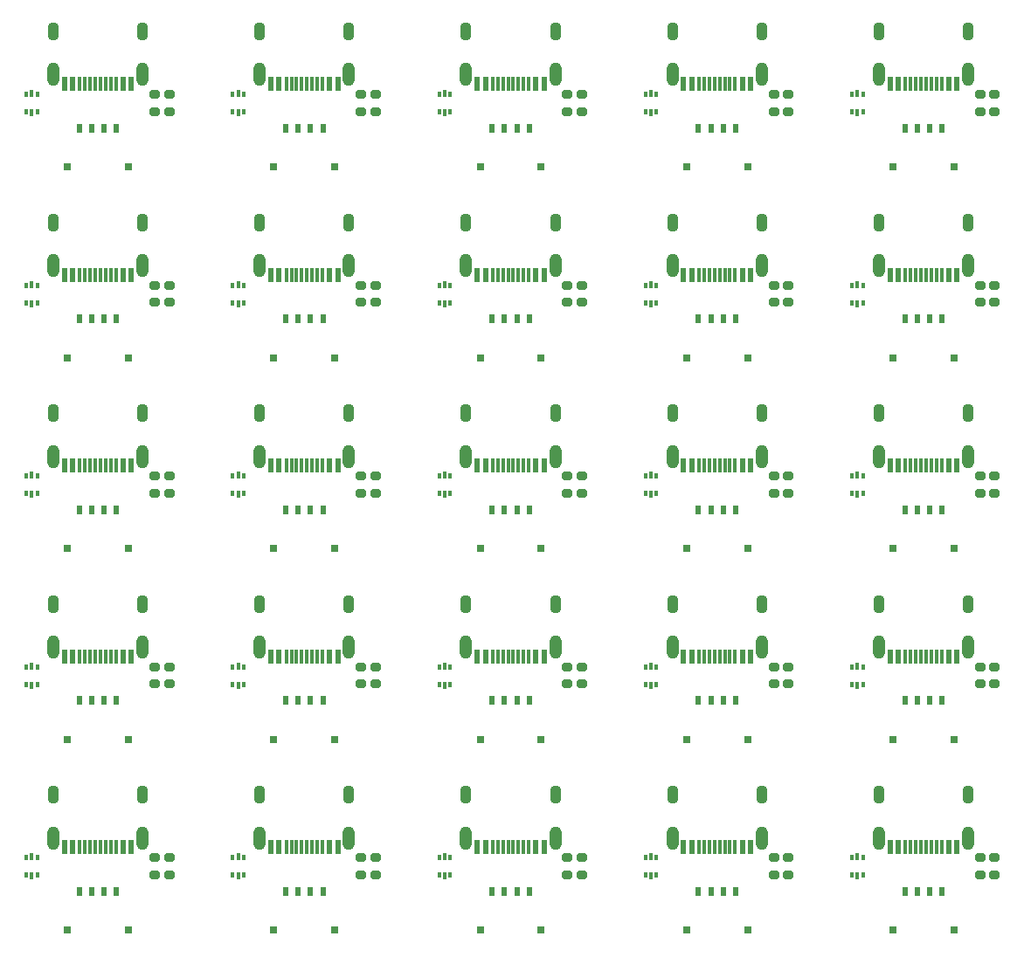
<source format=gtp>
%TF.GenerationSoftware,KiCad,Pcbnew,(6.0.5)*%
%TF.CreationDate,2022-08-23T21:33:37+08:00*%
%TF.ProjectId,without-power-switch-using-molex-connector-panelized,77697468-6f75-4742-9d70-6f7765722d73,rev?*%
%TF.SameCoordinates,Original*%
%TF.FileFunction,Paste,Top*%
%TF.FilePolarity,Positive*%
%FSLAX46Y46*%
G04 Gerber Fmt 4.6, Leading zero omitted, Abs format (unit mm)*
G04 Created by KiCad (PCBNEW (6.0.5)) date 2022-08-23 21:33:37*
%MOMM*%
%LPD*%
G01*
G04 APERTURE LIST*
G04 Aperture macros list*
%AMRoundRect*
0 Rectangle with rounded corners*
0 $1 Rounding radius*
0 $2 $3 $4 $5 $6 $7 $8 $9 X,Y pos of 4 corners*
0 Add a 4 corners polygon primitive as box body*
4,1,4,$2,$3,$4,$5,$6,$7,$8,$9,$2,$3,0*
0 Add four circle primitives for the rounded corners*
1,1,$1+$1,$2,$3*
1,1,$1+$1,$4,$5*
1,1,$1+$1,$6,$7*
1,1,$1+$1,$8,$9*
0 Add four rect primitives between the rounded corners*
20,1,$1+$1,$2,$3,$4,$5,0*
20,1,$1+$1,$4,$5,$6,$7,0*
20,1,$1+$1,$6,$7,$8,$9,0*
20,1,$1+$1,$8,$9,$2,$3,0*%
G04 Aperture macros list end*
%ADD10R,0.375000X0.500000*%
%ADD11R,0.300000X0.650000*%
%ADD12RoundRect,0.200000X0.275000X-0.200000X0.275000X0.200000X-0.275000X0.200000X-0.275000X-0.200000X0*%
%ADD13R,0.600000X1.450000*%
%ADD14R,0.300000X1.450000*%
%ADD15O,1.100000X1.800000*%
%ADD16O,1.200000X2.300000*%
%ADD17R,0.600000X0.850000*%
%ADD18R,0.700000X0.800000*%
%ADD19RoundRect,0.200000X-0.275000X0.200000X-0.275000X-0.200000X0.275000X-0.200000X0.275000X0.200000X0*%
G04 APERTURE END LIST*
D10*
%TO.C,U1*%
X25137500Y-60750000D03*
D11*
X24600000Y-60675000D03*
D10*
X24062500Y-60750000D03*
X24062500Y-62450000D03*
D11*
X24600000Y-62525000D03*
D10*
X25137500Y-62450000D03*
%TD*%
D12*
%TO.C,R1*%
X97900000Y-25425000D03*
X97900000Y-23775000D03*
%TD*%
%TO.C,R1*%
X117900000Y-99425000D03*
X117900000Y-97775000D03*
%TD*%
D13*
%TO.C,J1*%
X94250000Y-41245000D03*
X93450000Y-41245000D03*
D14*
X92250000Y-41245000D03*
X91250000Y-41245000D03*
X90750000Y-41245000D03*
X89750000Y-41245000D03*
D13*
X88550000Y-41245000D03*
X87750000Y-41245000D03*
X87750000Y-41245000D03*
X88550000Y-41245000D03*
D14*
X89250000Y-41245000D03*
X90250000Y-41245000D03*
X91750000Y-41245000D03*
X92750000Y-41245000D03*
D13*
X93450000Y-41245000D03*
X94250000Y-41245000D03*
D15*
X95320000Y-36150000D03*
D16*
X86680000Y-40330000D03*
D15*
X86680000Y-36150000D03*
D16*
X95320000Y-40330000D03*
%TD*%
D13*
%TO.C,J1*%
X74250000Y-41245000D03*
X73450000Y-41245000D03*
D14*
X72250000Y-41245000D03*
X71250000Y-41245000D03*
X70750000Y-41245000D03*
X69750000Y-41245000D03*
D13*
X68550000Y-41245000D03*
X67750000Y-41245000D03*
X67750000Y-41245000D03*
X68550000Y-41245000D03*
D14*
X69250000Y-41245000D03*
X70250000Y-41245000D03*
X71750000Y-41245000D03*
X72750000Y-41245000D03*
D13*
X73450000Y-41245000D03*
X74250000Y-41245000D03*
D16*
X66680000Y-40330000D03*
D15*
X75320000Y-36150000D03*
D16*
X75320000Y-40330000D03*
D15*
X66680000Y-36150000D03*
%TD*%
D10*
%TO.C,U1*%
X105137500Y-23750000D03*
D11*
X104600000Y-23675000D03*
D10*
X104062500Y-23750000D03*
X104062500Y-25450000D03*
D11*
X104600000Y-25525000D03*
D10*
X105137500Y-25450000D03*
%TD*%
D17*
%TO.C,J2*%
X49200000Y-64000000D03*
X50400000Y-64000000D03*
X51600000Y-64000000D03*
X52800000Y-64000000D03*
D18*
X53950000Y-67775000D03*
X48050000Y-67775000D03*
%TD*%
D17*
%TO.C,J2*%
X29200000Y-101000000D03*
X30400000Y-101000000D03*
X31600000Y-101000000D03*
X32800000Y-101000000D03*
D18*
X28050000Y-104775000D03*
X33950000Y-104775000D03*
%TD*%
D19*
%TO.C,R2*%
X36500000Y-97775000D03*
X36500000Y-99425000D03*
%TD*%
D13*
%TO.C,J1*%
X34250000Y-96745000D03*
X33450000Y-96745000D03*
D14*
X32250000Y-96745000D03*
X31250000Y-96745000D03*
X30750000Y-96745000D03*
X29750000Y-96745000D03*
D13*
X28550000Y-96745000D03*
X27750000Y-96745000D03*
X27750000Y-96745000D03*
X28550000Y-96745000D03*
D14*
X29250000Y-96745000D03*
X30250000Y-96745000D03*
X31750000Y-96745000D03*
X32750000Y-96745000D03*
D13*
X33450000Y-96745000D03*
X34250000Y-96745000D03*
D16*
X35320000Y-95830000D03*
X26680000Y-95830000D03*
D15*
X35320000Y-91650000D03*
X26680000Y-91650000D03*
%TD*%
D10*
%TO.C,U1*%
X105137500Y-60750000D03*
D11*
X104600000Y-60675000D03*
D10*
X104062500Y-60750000D03*
X104062500Y-62450000D03*
D11*
X104600000Y-62525000D03*
D10*
X105137500Y-62450000D03*
%TD*%
D19*
%TO.C,R2*%
X116500000Y-42275000D03*
X116500000Y-43925000D03*
%TD*%
D17*
%TO.C,J2*%
X89200000Y-82500000D03*
X90400000Y-82500000D03*
X91600000Y-82500000D03*
X92800000Y-82500000D03*
D18*
X88050000Y-86275000D03*
X93950000Y-86275000D03*
%TD*%
D12*
%TO.C,R1*%
X97900000Y-80925000D03*
X97900000Y-79275000D03*
%TD*%
%TO.C,R1*%
X57900000Y-25425000D03*
X57900000Y-23775000D03*
%TD*%
%TO.C,R1*%
X77900000Y-80925000D03*
X77900000Y-79275000D03*
%TD*%
%TO.C,R1*%
X117900000Y-43925000D03*
X117900000Y-42275000D03*
%TD*%
%TO.C,R1*%
X77900000Y-25425000D03*
X77900000Y-23775000D03*
%TD*%
D19*
%TO.C,R2*%
X76500000Y-97775000D03*
X76500000Y-99425000D03*
%TD*%
D10*
%TO.C,U1*%
X45137500Y-23750000D03*
D11*
X44600000Y-23675000D03*
D10*
X44062500Y-23750000D03*
X44062500Y-25450000D03*
D11*
X44600000Y-25525000D03*
D10*
X45137500Y-25450000D03*
%TD*%
D17*
%TO.C,J2*%
X69200000Y-82500000D03*
X70400000Y-82500000D03*
X71600000Y-82500000D03*
X72800000Y-82500000D03*
D18*
X73950000Y-86275000D03*
X68050000Y-86275000D03*
%TD*%
D10*
%TO.C,U1*%
X65137500Y-23750000D03*
D11*
X64600000Y-23675000D03*
D10*
X64062500Y-23750000D03*
X64062500Y-25450000D03*
D11*
X64600000Y-25525000D03*
D10*
X65137500Y-25450000D03*
%TD*%
D13*
%TO.C,J1*%
X114250000Y-41245000D03*
X113450000Y-41245000D03*
D14*
X112250000Y-41245000D03*
X111250000Y-41245000D03*
X110750000Y-41245000D03*
X109750000Y-41245000D03*
D13*
X108550000Y-41245000D03*
X107750000Y-41245000D03*
X107750000Y-41245000D03*
X108550000Y-41245000D03*
D14*
X109250000Y-41245000D03*
X110250000Y-41245000D03*
X111750000Y-41245000D03*
X112750000Y-41245000D03*
D13*
X113450000Y-41245000D03*
X114250000Y-41245000D03*
D15*
X115320000Y-36150000D03*
D16*
X106680000Y-40330000D03*
D15*
X106680000Y-36150000D03*
D16*
X115320000Y-40330000D03*
%TD*%
D19*
%TO.C,R2*%
X116500000Y-60775000D03*
X116500000Y-62425000D03*
%TD*%
D13*
%TO.C,J1*%
X74250000Y-22745000D03*
X73450000Y-22745000D03*
D14*
X72250000Y-22745000D03*
X71250000Y-22745000D03*
X70750000Y-22745000D03*
X69750000Y-22745000D03*
D13*
X68550000Y-22745000D03*
X67750000Y-22745000D03*
X67750000Y-22745000D03*
X68550000Y-22745000D03*
D14*
X69250000Y-22745000D03*
X70250000Y-22745000D03*
X71750000Y-22745000D03*
X72750000Y-22745000D03*
D13*
X73450000Y-22745000D03*
X74250000Y-22745000D03*
D15*
X75320000Y-17650000D03*
X66680000Y-17650000D03*
D16*
X75320000Y-21830000D03*
X66680000Y-21830000D03*
%TD*%
D13*
%TO.C,J1*%
X114250000Y-96745000D03*
X113450000Y-96745000D03*
D14*
X112250000Y-96745000D03*
X111250000Y-96745000D03*
X110750000Y-96745000D03*
X109750000Y-96745000D03*
D13*
X108550000Y-96745000D03*
X107750000Y-96745000D03*
X107750000Y-96745000D03*
X108550000Y-96745000D03*
D14*
X109250000Y-96745000D03*
X110250000Y-96745000D03*
X111750000Y-96745000D03*
X112750000Y-96745000D03*
D13*
X113450000Y-96745000D03*
X114250000Y-96745000D03*
D15*
X115320000Y-91650000D03*
X106680000Y-91650000D03*
D16*
X106680000Y-95830000D03*
X115320000Y-95830000D03*
%TD*%
D13*
%TO.C,J1*%
X34250000Y-41245000D03*
X33450000Y-41245000D03*
D14*
X32250000Y-41245000D03*
X31250000Y-41245000D03*
X30750000Y-41245000D03*
X29750000Y-41245000D03*
D13*
X28550000Y-41245000D03*
X27750000Y-41245000D03*
X27750000Y-41245000D03*
X28550000Y-41245000D03*
D14*
X29250000Y-41245000D03*
X30250000Y-41245000D03*
X31750000Y-41245000D03*
X32750000Y-41245000D03*
D13*
X33450000Y-41245000D03*
X34250000Y-41245000D03*
D16*
X26680000Y-40330000D03*
D15*
X26680000Y-36150000D03*
X35320000Y-36150000D03*
D16*
X35320000Y-40330000D03*
%TD*%
D19*
%TO.C,R2*%
X56500000Y-42275000D03*
X56500000Y-43925000D03*
%TD*%
D17*
%TO.C,J2*%
X29200000Y-45500000D03*
X30400000Y-45500000D03*
X31600000Y-45500000D03*
X32800000Y-45500000D03*
D18*
X33950000Y-49275000D03*
X28050000Y-49275000D03*
%TD*%
D13*
%TO.C,J1*%
X114250000Y-22745000D03*
X113450000Y-22745000D03*
D14*
X112250000Y-22745000D03*
X111250000Y-22745000D03*
X110750000Y-22745000D03*
X109750000Y-22745000D03*
D13*
X108550000Y-22745000D03*
X107750000Y-22745000D03*
X107750000Y-22745000D03*
X108550000Y-22745000D03*
D14*
X109250000Y-22745000D03*
X110250000Y-22745000D03*
X111750000Y-22745000D03*
X112750000Y-22745000D03*
D13*
X113450000Y-22745000D03*
X114250000Y-22745000D03*
D16*
X115320000Y-21830000D03*
D15*
X106680000Y-17650000D03*
D16*
X106680000Y-21830000D03*
D15*
X115320000Y-17650000D03*
%TD*%
D17*
%TO.C,J2*%
X109200000Y-27000000D03*
X110400000Y-27000000D03*
X111600000Y-27000000D03*
X112800000Y-27000000D03*
D18*
X113950000Y-30775000D03*
X108050000Y-30775000D03*
%TD*%
D19*
%TO.C,R2*%
X96500000Y-23775000D03*
X96500000Y-25425000D03*
%TD*%
D13*
%TO.C,J1*%
X114250000Y-59745000D03*
X113450000Y-59745000D03*
D14*
X112250000Y-59745000D03*
X111250000Y-59745000D03*
X110750000Y-59745000D03*
X109750000Y-59745000D03*
D13*
X108550000Y-59745000D03*
X107750000Y-59745000D03*
X107750000Y-59745000D03*
X108550000Y-59745000D03*
D14*
X109250000Y-59745000D03*
X110250000Y-59745000D03*
X111750000Y-59745000D03*
X112750000Y-59745000D03*
D13*
X113450000Y-59745000D03*
X114250000Y-59745000D03*
D15*
X106680000Y-54650000D03*
D16*
X106680000Y-58830000D03*
X115320000Y-58830000D03*
D15*
X115320000Y-54650000D03*
%TD*%
D13*
%TO.C,J1*%
X54250000Y-96745000D03*
X53450000Y-96745000D03*
D14*
X52250000Y-96745000D03*
X51250000Y-96745000D03*
X50750000Y-96745000D03*
X49750000Y-96745000D03*
D13*
X48550000Y-96745000D03*
X47750000Y-96745000D03*
X47750000Y-96745000D03*
X48550000Y-96745000D03*
D14*
X49250000Y-96745000D03*
X50250000Y-96745000D03*
X51750000Y-96745000D03*
X52750000Y-96745000D03*
D13*
X53450000Y-96745000D03*
X54250000Y-96745000D03*
D15*
X55320000Y-91650000D03*
D16*
X55320000Y-95830000D03*
D15*
X46680000Y-91650000D03*
D16*
X46680000Y-95830000D03*
%TD*%
D19*
%TO.C,R2*%
X96500000Y-79275000D03*
X96500000Y-80925000D03*
%TD*%
D10*
%TO.C,U1*%
X105137500Y-79250000D03*
D11*
X104600000Y-79175000D03*
D10*
X104062500Y-79250000D03*
X104062500Y-80950000D03*
D11*
X104600000Y-81025000D03*
D10*
X105137500Y-80950000D03*
%TD*%
D19*
%TO.C,R2*%
X36500000Y-23775000D03*
X36500000Y-25425000D03*
%TD*%
D10*
%TO.C,U1*%
X85137500Y-60750000D03*
D11*
X84600000Y-60675000D03*
D10*
X84062500Y-60750000D03*
X84062500Y-62450000D03*
D11*
X84600000Y-62525000D03*
D10*
X85137500Y-62450000D03*
%TD*%
%TO.C,U1*%
X85137500Y-79250000D03*
D11*
X84600000Y-79175000D03*
D10*
X84062500Y-79250000D03*
X84062500Y-80950000D03*
D11*
X84600000Y-81025000D03*
D10*
X85137500Y-80950000D03*
%TD*%
D12*
%TO.C,R1*%
X57900000Y-62425000D03*
X57900000Y-60775000D03*
%TD*%
D13*
%TO.C,J1*%
X74250000Y-59745000D03*
X73450000Y-59745000D03*
D14*
X72250000Y-59745000D03*
X71250000Y-59745000D03*
X70750000Y-59745000D03*
X69750000Y-59745000D03*
D13*
X68550000Y-59745000D03*
X67750000Y-59745000D03*
X67750000Y-59745000D03*
X68550000Y-59745000D03*
D14*
X69250000Y-59745000D03*
X70250000Y-59745000D03*
X71750000Y-59745000D03*
X72750000Y-59745000D03*
D13*
X73450000Y-59745000D03*
X74250000Y-59745000D03*
D15*
X75320000Y-54650000D03*
D16*
X75320000Y-58830000D03*
D15*
X66680000Y-54650000D03*
D16*
X66680000Y-58830000D03*
%TD*%
D19*
%TO.C,R2*%
X116500000Y-23775000D03*
X116500000Y-25425000D03*
%TD*%
D12*
%TO.C,R1*%
X97900000Y-62425000D03*
X97900000Y-60775000D03*
%TD*%
D13*
%TO.C,J1*%
X54250000Y-41245000D03*
X53450000Y-41245000D03*
D14*
X52250000Y-41245000D03*
X51250000Y-41245000D03*
X50750000Y-41245000D03*
X49750000Y-41245000D03*
D13*
X48550000Y-41245000D03*
X47750000Y-41245000D03*
X47750000Y-41245000D03*
X48550000Y-41245000D03*
D14*
X49250000Y-41245000D03*
X50250000Y-41245000D03*
X51750000Y-41245000D03*
X52750000Y-41245000D03*
D13*
X53450000Y-41245000D03*
X54250000Y-41245000D03*
D15*
X46680000Y-36150000D03*
X55320000Y-36150000D03*
D16*
X55320000Y-40330000D03*
X46680000Y-40330000D03*
%TD*%
D13*
%TO.C,J1*%
X54250000Y-22745000D03*
X53450000Y-22745000D03*
D14*
X52250000Y-22745000D03*
X51250000Y-22745000D03*
X50750000Y-22745000D03*
X49750000Y-22745000D03*
D13*
X48550000Y-22745000D03*
X47750000Y-22745000D03*
X47750000Y-22745000D03*
X48550000Y-22745000D03*
D14*
X49250000Y-22745000D03*
X50250000Y-22745000D03*
X51750000Y-22745000D03*
X52750000Y-22745000D03*
D13*
X53450000Y-22745000D03*
X54250000Y-22745000D03*
D16*
X46680000Y-21830000D03*
D15*
X55320000Y-17650000D03*
X46680000Y-17650000D03*
D16*
X55320000Y-21830000D03*
%TD*%
D17*
%TO.C,J2*%
X89200000Y-64000000D03*
X90400000Y-64000000D03*
X91600000Y-64000000D03*
X92800000Y-64000000D03*
D18*
X93950000Y-67775000D03*
X88050000Y-67775000D03*
%TD*%
D19*
%TO.C,R2*%
X36500000Y-60775000D03*
X36500000Y-62425000D03*
%TD*%
D10*
%TO.C,U1*%
X85137500Y-97750000D03*
D11*
X84600000Y-97675000D03*
D10*
X84062500Y-97750000D03*
X84062500Y-99450000D03*
D11*
X84600000Y-99525000D03*
D10*
X85137500Y-99450000D03*
%TD*%
D12*
%TO.C,R1*%
X77900000Y-43925000D03*
X77900000Y-42275000D03*
%TD*%
D13*
%TO.C,J1*%
X94250000Y-78245000D03*
X93450000Y-78245000D03*
D14*
X92250000Y-78245000D03*
X91250000Y-78245000D03*
X90750000Y-78245000D03*
X89750000Y-78245000D03*
D13*
X88550000Y-78245000D03*
X87750000Y-78245000D03*
X87750000Y-78245000D03*
X88550000Y-78245000D03*
D14*
X89250000Y-78245000D03*
X90250000Y-78245000D03*
X91750000Y-78245000D03*
X92750000Y-78245000D03*
D13*
X93450000Y-78245000D03*
X94250000Y-78245000D03*
D15*
X86680000Y-73150000D03*
D16*
X95320000Y-77330000D03*
D15*
X95320000Y-73150000D03*
D16*
X86680000Y-77330000D03*
%TD*%
D13*
%TO.C,J1*%
X34250000Y-78245000D03*
X33450000Y-78245000D03*
D14*
X32250000Y-78245000D03*
X31250000Y-78245000D03*
X30750000Y-78245000D03*
X29750000Y-78245000D03*
D13*
X28550000Y-78245000D03*
X27750000Y-78245000D03*
X27750000Y-78245000D03*
X28550000Y-78245000D03*
D14*
X29250000Y-78245000D03*
X30250000Y-78245000D03*
X31750000Y-78245000D03*
X32750000Y-78245000D03*
D13*
X33450000Y-78245000D03*
X34250000Y-78245000D03*
D16*
X35320000Y-77330000D03*
D15*
X26680000Y-73150000D03*
D16*
X26680000Y-77330000D03*
D15*
X35320000Y-73150000D03*
%TD*%
D17*
%TO.C,J2*%
X49200000Y-27000000D03*
X50400000Y-27000000D03*
X51600000Y-27000000D03*
X52800000Y-27000000D03*
D18*
X53950000Y-30775000D03*
X48050000Y-30775000D03*
%TD*%
D13*
%TO.C,J1*%
X74250000Y-78245000D03*
X73450000Y-78245000D03*
D14*
X72250000Y-78245000D03*
X71250000Y-78245000D03*
X70750000Y-78245000D03*
X69750000Y-78245000D03*
D13*
X68550000Y-78245000D03*
X67750000Y-78245000D03*
X67750000Y-78245000D03*
X68550000Y-78245000D03*
D14*
X69250000Y-78245000D03*
X70250000Y-78245000D03*
X71750000Y-78245000D03*
X72750000Y-78245000D03*
D13*
X73450000Y-78245000D03*
X74250000Y-78245000D03*
D15*
X66680000Y-73150000D03*
D16*
X75320000Y-77330000D03*
D15*
X75320000Y-73150000D03*
D16*
X66680000Y-77330000D03*
%TD*%
D13*
%TO.C,J1*%
X54250000Y-78245000D03*
X53450000Y-78245000D03*
D14*
X52250000Y-78245000D03*
X51250000Y-78245000D03*
X50750000Y-78245000D03*
X49750000Y-78245000D03*
D13*
X48550000Y-78245000D03*
X47750000Y-78245000D03*
X47750000Y-78245000D03*
X48550000Y-78245000D03*
D14*
X49250000Y-78245000D03*
X50250000Y-78245000D03*
X51750000Y-78245000D03*
X52750000Y-78245000D03*
D13*
X53450000Y-78245000D03*
X54250000Y-78245000D03*
D15*
X46680000Y-73150000D03*
D16*
X46680000Y-77330000D03*
X55320000Y-77330000D03*
D15*
X55320000Y-73150000D03*
%TD*%
D10*
%TO.C,U1*%
X85137500Y-42250000D03*
D11*
X84600000Y-42175000D03*
D10*
X84062500Y-42250000D03*
X84062500Y-43950000D03*
D11*
X84600000Y-44025000D03*
D10*
X85137500Y-43950000D03*
%TD*%
%TO.C,U1*%
X25137500Y-23750000D03*
D11*
X24600000Y-23675000D03*
D10*
X24062500Y-23750000D03*
X24062500Y-25450000D03*
D11*
X24600000Y-25525000D03*
D10*
X25137500Y-25450000D03*
%TD*%
D19*
%TO.C,R2*%
X56500000Y-97775000D03*
X56500000Y-99425000D03*
%TD*%
D12*
%TO.C,R1*%
X117900000Y-25425000D03*
X117900000Y-23775000D03*
%TD*%
D19*
%TO.C,R2*%
X116500000Y-97775000D03*
X116500000Y-99425000D03*
%TD*%
D10*
%TO.C,U1*%
X105137500Y-97750000D03*
D11*
X104600000Y-97675000D03*
D10*
X104062500Y-97750000D03*
X104062500Y-99450000D03*
D11*
X104600000Y-99525000D03*
D10*
X105137500Y-99450000D03*
%TD*%
%TO.C,U1*%
X65137500Y-42250000D03*
D11*
X64600000Y-42175000D03*
D10*
X64062500Y-42250000D03*
X64062500Y-43950000D03*
D11*
X64600000Y-44025000D03*
D10*
X65137500Y-43950000D03*
%TD*%
D17*
%TO.C,J2*%
X69200000Y-45500000D03*
X70400000Y-45500000D03*
X71600000Y-45500000D03*
X72800000Y-45500000D03*
D18*
X68050000Y-49275000D03*
X73950000Y-49275000D03*
%TD*%
D19*
%TO.C,R2*%
X56500000Y-23775000D03*
X56500000Y-25425000D03*
%TD*%
D17*
%TO.C,J2*%
X29200000Y-27000000D03*
X30400000Y-27000000D03*
X31600000Y-27000000D03*
X32800000Y-27000000D03*
D18*
X33950000Y-30775000D03*
X28050000Y-30775000D03*
%TD*%
D17*
%TO.C,J2*%
X109200000Y-45500000D03*
X110400000Y-45500000D03*
X111600000Y-45500000D03*
X112800000Y-45500000D03*
D18*
X108050000Y-49275000D03*
X113950000Y-49275000D03*
%TD*%
D19*
%TO.C,R2*%
X96500000Y-42275000D03*
X96500000Y-43925000D03*
%TD*%
D17*
%TO.C,J2*%
X29200000Y-64000000D03*
X30400000Y-64000000D03*
X31600000Y-64000000D03*
X32800000Y-64000000D03*
D18*
X33950000Y-67775000D03*
X28050000Y-67775000D03*
%TD*%
D19*
%TO.C,R2*%
X56500000Y-79275000D03*
X56500000Y-80925000D03*
%TD*%
D10*
%TO.C,U1*%
X105137500Y-42250000D03*
D11*
X104600000Y-42175000D03*
D10*
X104062500Y-42250000D03*
X104062500Y-43950000D03*
D11*
X104600000Y-44025000D03*
D10*
X105137500Y-43950000D03*
%TD*%
D13*
%TO.C,J1*%
X34250000Y-22745000D03*
X33450000Y-22745000D03*
D14*
X32250000Y-22745000D03*
X31250000Y-22745000D03*
X30750000Y-22745000D03*
X29750000Y-22745000D03*
D13*
X28550000Y-22745000D03*
X27750000Y-22745000D03*
X27750000Y-22745000D03*
X28550000Y-22745000D03*
D14*
X29250000Y-22745000D03*
X30250000Y-22745000D03*
X31750000Y-22745000D03*
X32750000Y-22745000D03*
D13*
X33450000Y-22745000D03*
X34250000Y-22745000D03*
D15*
X35320000Y-17650000D03*
D16*
X26680000Y-21830000D03*
X35320000Y-21830000D03*
D15*
X26680000Y-17650000D03*
%TD*%
D12*
%TO.C,R1*%
X57900000Y-80925000D03*
X57900000Y-79275000D03*
%TD*%
D13*
%TO.C,J1*%
X94250000Y-96745000D03*
X93450000Y-96745000D03*
D14*
X92250000Y-96745000D03*
X91250000Y-96745000D03*
X90750000Y-96745000D03*
X89750000Y-96745000D03*
D13*
X88550000Y-96745000D03*
X87750000Y-96745000D03*
X87750000Y-96745000D03*
X88550000Y-96745000D03*
D14*
X89250000Y-96745000D03*
X90250000Y-96745000D03*
X91750000Y-96745000D03*
X92750000Y-96745000D03*
D13*
X93450000Y-96745000D03*
X94250000Y-96745000D03*
D15*
X86680000Y-91650000D03*
D16*
X86680000Y-95830000D03*
X95320000Y-95830000D03*
D15*
X95320000Y-91650000D03*
%TD*%
D17*
%TO.C,J2*%
X69200000Y-27000000D03*
X70400000Y-27000000D03*
X71600000Y-27000000D03*
X72800000Y-27000000D03*
D18*
X73950000Y-30775000D03*
X68050000Y-30775000D03*
%TD*%
D13*
%TO.C,J1*%
X54250000Y-59745000D03*
X53450000Y-59745000D03*
D14*
X52250000Y-59745000D03*
X51250000Y-59745000D03*
X50750000Y-59745000D03*
X49750000Y-59745000D03*
D13*
X48550000Y-59745000D03*
X47750000Y-59745000D03*
X47750000Y-59745000D03*
X48550000Y-59745000D03*
D14*
X49250000Y-59745000D03*
X50250000Y-59745000D03*
X51750000Y-59745000D03*
X52750000Y-59745000D03*
D13*
X53450000Y-59745000D03*
X54250000Y-59745000D03*
D15*
X46680000Y-54650000D03*
X55320000Y-54650000D03*
D16*
X55320000Y-58830000D03*
X46680000Y-58830000D03*
%TD*%
D13*
%TO.C,J1*%
X94250000Y-22745000D03*
X93450000Y-22745000D03*
D14*
X92250000Y-22745000D03*
X91250000Y-22745000D03*
X90750000Y-22745000D03*
X89750000Y-22745000D03*
D13*
X88550000Y-22745000D03*
X87750000Y-22745000D03*
X87750000Y-22745000D03*
X88550000Y-22745000D03*
D14*
X89250000Y-22745000D03*
X90250000Y-22745000D03*
X91750000Y-22745000D03*
X92750000Y-22745000D03*
D13*
X93450000Y-22745000D03*
X94250000Y-22745000D03*
D15*
X86680000Y-17650000D03*
X95320000Y-17650000D03*
D16*
X95320000Y-21830000D03*
X86680000Y-21830000D03*
%TD*%
D10*
%TO.C,U1*%
X65137500Y-79250000D03*
D11*
X64600000Y-79175000D03*
D10*
X64062500Y-79250000D03*
X64062500Y-80950000D03*
D11*
X64600000Y-81025000D03*
D10*
X65137500Y-80950000D03*
%TD*%
%TO.C,U1*%
X45137500Y-42250000D03*
D11*
X44600000Y-42175000D03*
D10*
X44062500Y-42250000D03*
X44062500Y-43950000D03*
D11*
X44600000Y-44025000D03*
D10*
X45137500Y-43950000D03*
%TD*%
D13*
%TO.C,J1*%
X74250000Y-96745000D03*
X73450000Y-96745000D03*
D14*
X72250000Y-96745000D03*
X71250000Y-96745000D03*
X70750000Y-96745000D03*
X69750000Y-96745000D03*
D13*
X68550000Y-96745000D03*
X67750000Y-96745000D03*
X67750000Y-96745000D03*
X68550000Y-96745000D03*
D14*
X69250000Y-96745000D03*
X70250000Y-96745000D03*
X71750000Y-96745000D03*
X72750000Y-96745000D03*
D13*
X73450000Y-96745000D03*
X74250000Y-96745000D03*
D15*
X66680000Y-91650000D03*
D16*
X66680000Y-95830000D03*
D15*
X75320000Y-91650000D03*
D16*
X75320000Y-95830000D03*
%TD*%
D12*
%TO.C,R1*%
X37900000Y-99425000D03*
X37900000Y-97775000D03*
%TD*%
%TO.C,R1*%
X97900000Y-99425000D03*
X97900000Y-97775000D03*
%TD*%
%TO.C,R1*%
X37900000Y-43925000D03*
X37900000Y-42275000D03*
%TD*%
D19*
%TO.C,R2*%
X96500000Y-97775000D03*
X96500000Y-99425000D03*
%TD*%
D17*
%TO.C,J2*%
X109200000Y-64000000D03*
X110400000Y-64000000D03*
X111600000Y-64000000D03*
X112800000Y-64000000D03*
D18*
X113950000Y-67775000D03*
X108050000Y-67775000D03*
%TD*%
D12*
%TO.C,R1*%
X77900000Y-62425000D03*
X77900000Y-60775000D03*
%TD*%
D17*
%TO.C,J2*%
X89200000Y-101000000D03*
X90400000Y-101000000D03*
X91600000Y-101000000D03*
X92800000Y-101000000D03*
D18*
X88050000Y-104775000D03*
X93950000Y-104775000D03*
%TD*%
D10*
%TO.C,U1*%
X65137500Y-60750000D03*
D11*
X64600000Y-60675000D03*
D10*
X64062500Y-60750000D03*
X64062500Y-62450000D03*
D11*
X64600000Y-62525000D03*
D10*
X65137500Y-62450000D03*
%TD*%
D13*
%TO.C,J1*%
X94250000Y-59745000D03*
X93450000Y-59745000D03*
D14*
X92250000Y-59745000D03*
X91250000Y-59745000D03*
X90750000Y-59745000D03*
X89750000Y-59745000D03*
D13*
X88550000Y-59745000D03*
X87750000Y-59745000D03*
X87750000Y-59745000D03*
X88550000Y-59745000D03*
D14*
X89250000Y-59745000D03*
X90250000Y-59745000D03*
X91750000Y-59745000D03*
X92750000Y-59745000D03*
D13*
X93450000Y-59745000D03*
X94250000Y-59745000D03*
D15*
X95320000Y-54650000D03*
X86680000Y-54650000D03*
D16*
X86680000Y-58830000D03*
X95320000Y-58830000D03*
%TD*%
D12*
%TO.C,R1*%
X37900000Y-80925000D03*
X37900000Y-79275000D03*
%TD*%
D19*
%TO.C,R2*%
X76500000Y-42275000D03*
X76500000Y-43925000D03*
%TD*%
%TO.C,R2*%
X116500000Y-79275000D03*
X116500000Y-80925000D03*
%TD*%
D12*
%TO.C,R1*%
X117900000Y-80925000D03*
X117900000Y-79275000D03*
%TD*%
D17*
%TO.C,J2*%
X29200000Y-82500000D03*
X30400000Y-82500000D03*
X31600000Y-82500000D03*
X32800000Y-82500000D03*
D18*
X33950000Y-86275000D03*
X28050000Y-86275000D03*
%TD*%
D10*
%TO.C,U1*%
X65137500Y-97750000D03*
D11*
X64600000Y-97675000D03*
D10*
X64062500Y-97750000D03*
X64062500Y-99450000D03*
D11*
X64600000Y-99525000D03*
D10*
X65137500Y-99450000D03*
%TD*%
D17*
%TO.C,J2*%
X49200000Y-82500000D03*
X50400000Y-82500000D03*
X51600000Y-82500000D03*
X52800000Y-82500000D03*
D18*
X48050000Y-86275000D03*
X53950000Y-86275000D03*
%TD*%
D19*
%TO.C,R2*%
X76500000Y-79275000D03*
X76500000Y-80925000D03*
%TD*%
D17*
%TO.C,J2*%
X89200000Y-45500000D03*
X90400000Y-45500000D03*
X91600000Y-45500000D03*
X92800000Y-45500000D03*
D18*
X88050000Y-49275000D03*
X93950000Y-49275000D03*
%TD*%
D10*
%TO.C,U1*%
X45137500Y-79250000D03*
D11*
X44600000Y-79175000D03*
D10*
X44062500Y-79250000D03*
X44062500Y-80950000D03*
D11*
X44600000Y-81025000D03*
D10*
X45137500Y-80950000D03*
%TD*%
D19*
%TO.C,R2*%
X56500000Y-60775000D03*
X56500000Y-62425000D03*
%TD*%
D10*
%TO.C,U1*%
X45137500Y-97750000D03*
D11*
X44600000Y-97675000D03*
D10*
X44062500Y-97750000D03*
X44062500Y-99450000D03*
D11*
X44600000Y-99525000D03*
D10*
X45137500Y-99450000D03*
%TD*%
D17*
%TO.C,J2*%
X109200000Y-101000000D03*
X110400000Y-101000000D03*
X111600000Y-101000000D03*
X112800000Y-101000000D03*
D18*
X108050000Y-104775000D03*
X113950000Y-104775000D03*
%TD*%
D19*
%TO.C,R2*%
X76500000Y-60775000D03*
X76500000Y-62425000D03*
%TD*%
D17*
%TO.C,J2*%
X49200000Y-45500000D03*
X50400000Y-45500000D03*
X51600000Y-45500000D03*
X52800000Y-45500000D03*
D18*
X53950000Y-49275000D03*
X48050000Y-49275000D03*
%TD*%
D10*
%TO.C,U1*%
X45137500Y-60750000D03*
D11*
X44600000Y-60675000D03*
D10*
X44062500Y-60750000D03*
X44062500Y-62450000D03*
D11*
X44600000Y-62525000D03*
D10*
X45137500Y-62450000D03*
%TD*%
%TO.C,U1*%
X85137500Y-23750000D03*
D11*
X84600000Y-23675000D03*
D10*
X84062500Y-23750000D03*
X84062500Y-25450000D03*
D11*
X84600000Y-25525000D03*
D10*
X85137500Y-25450000D03*
%TD*%
D12*
%TO.C,R1*%
X97900000Y-43925000D03*
X97900000Y-42275000D03*
%TD*%
%TO.C,R1*%
X57900000Y-43925000D03*
X57900000Y-42275000D03*
%TD*%
D17*
%TO.C,J2*%
X109200000Y-82500000D03*
X110400000Y-82500000D03*
X111600000Y-82500000D03*
X112800000Y-82500000D03*
D18*
X108050000Y-86275000D03*
X113950000Y-86275000D03*
%TD*%
D10*
%TO.C,U1*%
X25137500Y-42250000D03*
D11*
X24600000Y-42175000D03*
D10*
X24062500Y-42250000D03*
X24062500Y-43950000D03*
D11*
X24600000Y-44025000D03*
D10*
X25137500Y-43950000D03*
%TD*%
D19*
%TO.C,R2*%
X36500000Y-79275000D03*
X36500000Y-80925000D03*
%TD*%
D10*
%TO.C,U1*%
X25137500Y-79250000D03*
D11*
X24600000Y-79175000D03*
D10*
X24062500Y-79250000D03*
X24062500Y-80950000D03*
D11*
X24600000Y-81025000D03*
D10*
X25137500Y-80950000D03*
%TD*%
D12*
%TO.C,R1*%
X57900000Y-99425000D03*
X57900000Y-97775000D03*
%TD*%
%TO.C,R1*%
X117900000Y-62425000D03*
X117900000Y-60775000D03*
%TD*%
D13*
%TO.C,J1*%
X114250000Y-78245000D03*
X113450000Y-78245000D03*
D14*
X112250000Y-78245000D03*
X111250000Y-78245000D03*
X110750000Y-78245000D03*
X109750000Y-78245000D03*
D13*
X108550000Y-78245000D03*
X107750000Y-78245000D03*
X107750000Y-78245000D03*
X108550000Y-78245000D03*
D14*
X109250000Y-78245000D03*
X110250000Y-78245000D03*
X111750000Y-78245000D03*
X112750000Y-78245000D03*
D13*
X113450000Y-78245000D03*
X114250000Y-78245000D03*
D15*
X106680000Y-73150000D03*
D16*
X106680000Y-77330000D03*
X115320000Y-77330000D03*
D15*
X115320000Y-73150000D03*
%TD*%
D10*
%TO.C,U1*%
X25137500Y-97750000D03*
D11*
X24600000Y-97675000D03*
D10*
X24062500Y-97750000D03*
X24062500Y-99450000D03*
D11*
X24600000Y-99525000D03*
D10*
X25137500Y-99450000D03*
%TD*%
D13*
%TO.C,J1*%
X34250000Y-59745000D03*
X33450000Y-59745000D03*
D14*
X32250000Y-59745000D03*
X31250000Y-59745000D03*
X30750000Y-59745000D03*
X29750000Y-59745000D03*
D13*
X28550000Y-59745000D03*
X27750000Y-59745000D03*
X27750000Y-59745000D03*
X28550000Y-59745000D03*
D14*
X29250000Y-59745000D03*
X30250000Y-59745000D03*
X31750000Y-59745000D03*
X32750000Y-59745000D03*
D13*
X33450000Y-59745000D03*
X34250000Y-59745000D03*
D16*
X26680000Y-58830000D03*
D15*
X35320000Y-54650000D03*
D16*
X35320000Y-58830000D03*
D15*
X26680000Y-54650000D03*
%TD*%
D19*
%TO.C,R2*%
X76500000Y-23775000D03*
X76500000Y-25425000D03*
%TD*%
D17*
%TO.C,J2*%
X69200000Y-101000000D03*
X70400000Y-101000000D03*
X71600000Y-101000000D03*
X72800000Y-101000000D03*
D18*
X73950000Y-104775000D03*
X68050000Y-104775000D03*
%TD*%
D19*
%TO.C,R2*%
X96500000Y-60775000D03*
X96500000Y-62425000D03*
%TD*%
D17*
%TO.C,J2*%
X49200000Y-101000000D03*
X50400000Y-101000000D03*
X51600000Y-101000000D03*
X52800000Y-101000000D03*
D18*
X53950000Y-104775000D03*
X48050000Y-104775000D03*
%TD*%
D12*
%TO.C,R1*%
X37900000Y-25425000D03*
X37900000Y-23775000D03*
%TD*%
%TO.C,R1*%
X77900000Y-99425000D03*
X77900000Y-97775000D03*
%TD*%
D17*
%TO.C,J2*%
X69200000Y-64000000D03*
X70400000Y-64000000D03*
X71600000Y-64000000D03*
X72800000Y-64000000D03*
D18*
X73950000Y-67775000D03*
X68050000Y-67775000D03*
%TD*%
D12*
%TO.C,R1*%
X37900000Y-62425000D03*
X37900000Y-60775000D03*
%TD*%
D17*
%TO.C,J2*%
X89200000Y-27000000D03*
X90400000Y-27000000D03*
X91600000Y-27000000D03*
X92800000Y-27000000D03*
D18*
X93950000Y-30775000D03*
X88050000Y-30775000D03*
%TD*%
D19*
%TO.C,R2*%
X36500000Y-42275000D03*
X36500000Y-43925000D03*
%TD*%
M02*

</source>
